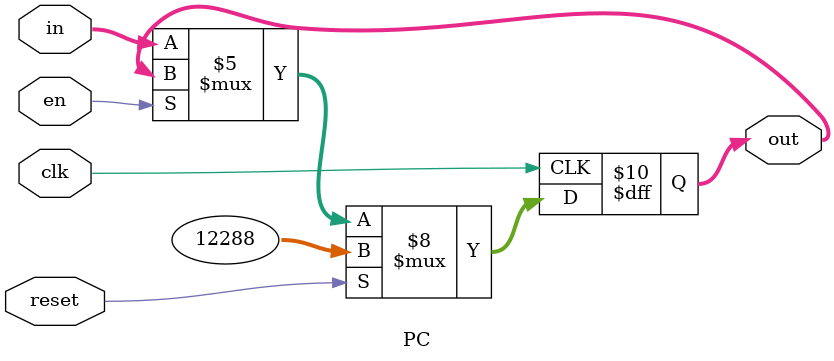
<source format=v>
`timescale 1ns / 1ps
module PC(
    input clk,
    input reset,
    input [31:0] in,
    output reg [31:0] out,
    input en
    );
initial
	begin
	out <= 32'h0000_3000;
	end
always@(posedge clk)
    begin
    if(reset == 1'b1)
        begin
        out <= 32'h0000_3000;
        end
    else
        begin
        if(en == 1'b0)  begin
            out <= in;
        end
        end
    end
endmodule
</source>
